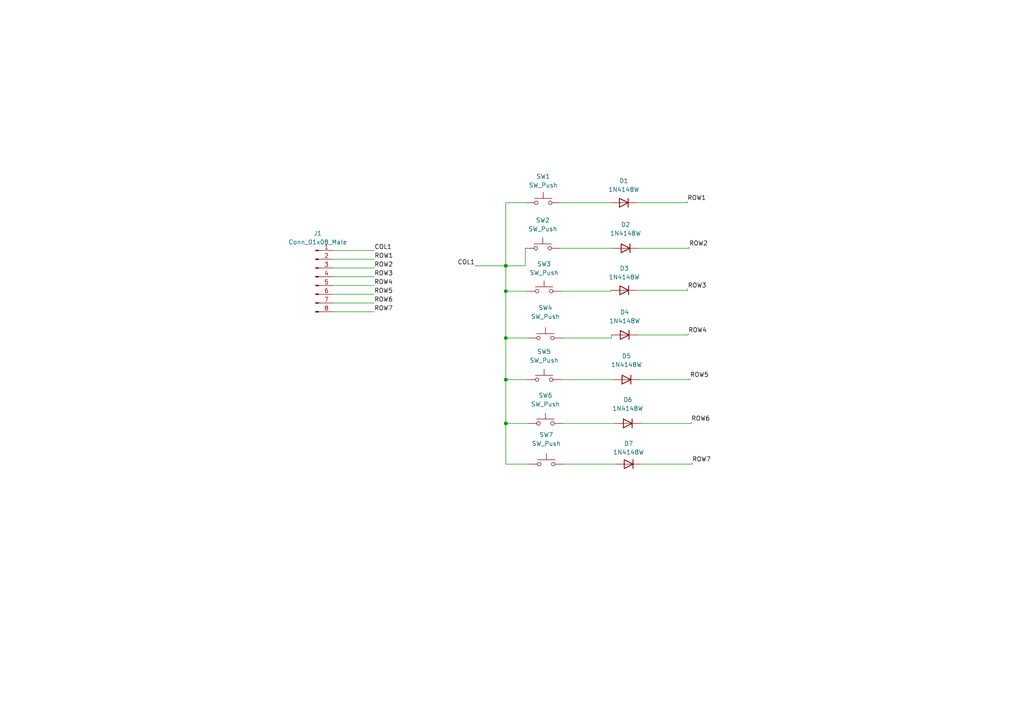
<source format=kicad_sch>
(kicad_sch (version 20211123) (generator eeschema)
  (paper "A4")
  (lib_symbols
    (symbol "Connector:Conn_01x08_Male" (pin_names (offset 1.016) hide)
      (property "Reference" "J" (at 0 10.16 0))
      (property "Value" "Conn_01x08_Male" (at 0 -12.7 0))
      (symbol "Conn_01x08_Male_1_1"
        (polyline (pts (xy 1.27 -10.16) (xy 0.8636 -10.16)) (stroke (width 0.1524)))
        (polyline (pts (xy 1.27 -7.62) (xy 0.8636 -7.62)) (stroke (width 0.1524)))
        (polyline (pts (xy 1.27 -5.08) (xy 0.8636 -5.08)) (stroke (width 0.1524)))
        (polyline (pts (xy 1.27 -2.54) (xy 0.8636 -2.54)) (stroke (width 0.1524)))
        (polyline (pts (xy 1.27 0) (xy 0.8636 0)) (stroke (width 0.1524)))
        (polyline (pts (xy 1.27 2.54) (xy 0.8636 2.54)) (stroke (width 0.1524)))
        (polyline (pts (xy 1.27 5.08) (xy 0.8636 5.08)) (stroke (width 0.1524)))
        (polyline (pts (xy 1.27 7.62) (xy 0.8636 7.62)) (stroke (width 0.1524)))
        (rectangle (start 0.8636 -10.033) (end 0 -10.287) (stroke (width 0.1524)) (fill (type outline)))
        (rectangle (start 0.8636 -7.493) (end 0 -7.747) (stroke (width 0.1524)) (fill (type outline)))
        (rectangle (start 0.8636 -4.953) (end 0 -5.207) (stroke (width 0.1524)) (fill (type outline)))
        (rectangle (start 0.8636 -2.413) (end 0 -2.667) (stroke (width 0.1524)) (fill (type outline)))
        (rectangle (start 0.8636 0.127) (end 0 -0.127) (stroke (width 0.1524)) (fill (type outline)))
        (rectangle (start 0.8636 2.667) (end 0 2.413) (stroke (width 0.1524)) (fill (type outline)))
        (rectangle (start 0.8636 5.207) (end 0 4.953) (stroke (width 0.1524)) (fill (type outline)))
        (rectangle (start 0.8636 7.747) (end 0 7.493) (stroke (width 0.1524)) (fill (type outline)))
        (pin passive line (at 5.08 7.62 180) (length 3.81) (name "Pin_1") (number "1"))
        (pin passive line (at 5.08 5.08 180) (length 3.81) (name "Pin_2") (number "2"))
        (pin passive line (at 5.08 2.54 180) (length 3.81) (name "Pin_3") (number "3"))
        (pin passive line (at 5.08 0 180) (length 3.81) (name "Pin_4") (number "4"))
        (pin passive line (at 5.08 -2.54 180) (length 3.81) (name "Pin_5") (number "5"))
        (pin passive line (at 5.08 -5.08 180) (length 3.81) (name "Pin_6") (number "6"))
        (pin passive line (at 5.08 -7.62 180) (length 3.81) (name "Pin_7") (number "7"))
        (pin passive line (at 5.08 -10.16 180) (length 3.81) (name "Pin_8") (number "8"))
      )
    )
    (symbol "Diode:1N4148W" (pin_numbers hide) (pin_names (offset 1.016) hide)
      (property "Reference" "D" (at 0 2.54 0))
      (property "Value" "1N4148W" (at 0 -2.54 0))
      (symbol "1N4148W_0_1"
        (polyline (pts (xy -1.27 1.27) (xy -1.27 -1.27)) (stroke (width 0.254)))
        (polyline (pts (xy 1.27 0) (xy -1.27 0)))
        (polyline (pts (xy 1.27 1.27) (xy 1.27 -1.27) (xy -1.27 0) (xy 1.27 1.27)) (stroke (width 0.254)))
      )
      (symbol "1N4148W_1_1"
        (pin passive line (at -3.81 0 0) (length 2.54) (name "K") (number "1"))
        (pin passive line (at 3.81 0 180) (length 2.54) (name "A") (number "2"))
      )
    )
    (symbol "Switch:SW_Push" (pin_numbers hide) (pin_names (offset 1.016) hide)
      (property "Reference" "SW" (at 1.27 2.54 0))
      (property "Value" "SW_Push" (at 0 -1.524 0))
      (symbol "SW_Push_0_1"
        (circle (center -2.032 0) (radius 0.508))
        (polyline (pts (xy 0 1.27) (xy 0 3.048)))
        (polyline (pts (xy 2.54 1.27) (xy -2.54 1.27)))
        (circle (center 2.032 0) (radius 0.508))
        (pin passive line (at -5.08 0 0) (length 2.54) (name "1") (number "1"))
        (pin passive line (at 5.08 0 180) (length 2.54) (name "2") (number "2"))
      )
    )
  )
  (junction (at 146.6999 110.109))
  (junction (at 146.6999 77.089))
  (junction (at 146.685 77.089))
  (junction (at 146.6999 98.044))
  (junction (at 146.6999 84.455))
  (junction (at 146.6999 122.809))
  (wire (pts (xy 185.8825 122.809) (xy 200.4875 122.809)))
  (wire (pts (xy 199.4715 84.201) (xy 199.4715 83.82)))
  (wire (pts (xy 96.6015 90.424) (xy 108.5138 90.424)))
  (wire (pts (xy 152.3545 72.009) (xy 152.3545 77.089)))
  (wire (pts (xy 96.6015 80.264) (xy 108.5357 80.264)))
  (wire (pts (xy 162.5145 72.009) (xy 177.6275 72.009)))
  (wire (pts (xy 153.1165 122.809) (xy 146.6999 122.809)))
  (wire (pts (xy 108.5357 77.7232) (xy 108.5357 77.724)))
  (wire (pts (xy 184.7395 58.801) (xy 199.3445 58.801)))
  (wire (pts (xy 185.2475 72.009) (xy 199.8525 72.009)))
  (wire (pts (xy 162.8955 110.109) (xy 177.8815 110.109)))
  (wire (pts (xy 200.1065 110.109) (xy 200.1065 109.728)))
  (wire (pts (xy 163.2765 98.044) (xy 177.3735 98.044)))
  (wire (pts (xy 96.6015 72.644) (xy 108.5923 72.644)))
  (wire (pts (xy 146.6999 98.044) (xy 146.6999 84.455)))
  (wire (pts (xy 163.2765 122.809) (xy 178.2625 122.809)))
  (wire (pts (xy 152.7355 84.455) (xy 146.6999 84.455)))
  (wire (pts (xy 185.5015 110.109) (xy 200.1065 110.109)))
  (wire (pts (xy 200.7415 134.62) (xy 200.7415 134.239)))
  (wire (pts (xy 96.6015 82.804) (xy 108.5138 82.804)))
  (wire (pts (xy 199.3445 58.801) (xy 199.3445 58.42)))
  (wire (pts (xy 152.3545 77.089) (xy 146.6999 77.089)))
  (wire (pts (xy 108.5138 85.344) (xy 108.5138 85.3452)))
  (wire (pts (xy 146.6999 110.109) (xy 146.6999 98.044)))
  (wire (pts (xy 177.3735 98.044) (xy 177.3735 97.155)))
  (wire (pts (xy 184.9935 97.155) (xy 199.5985 97.155)))
  (wire (pts (xy 146.6999 122.809) (xy 146.6999 110.109)))
  (wire (pts (xy 162.6415 58.801) (xy 177.1195 58.801)))
  (wire (pts (xy 186.1365 134.62) (xy 200.7415 134.62)))
  (wire (pts (xy 146.685 58.801) (xy 152.4815 58.801)))
  (wire (pts (xy 184.8665 84.201) (xy 199.4715 84.201)))
  (wire (pts (xy 152.7355 110.109) (xy 146.6999 110.109)))
  (wire (pts (xy 177.2465 84.455) (xy 177.2465 84.201)))
  (wire (pts (xy 146.6999 134.62) (xy 146.6999 122.809)))
  (wire (pts (xy 96.6015 77.724) (xy 108.5357 77.724)))
  (wire (pts (xy 199.5985 97.155) (xy 199.5985 96.774)))
  (wire (pts (xy 200.4875 122.809) (xy 200.4875 122.428)))
  (wire (pts (xy 153.3705 134.62) (xy 146.6999 134.62)))
  (wire (pts (xy 96.6015 85.344) (xy 108.5138 85.344)))
  (wire (pts (xy 137.7495 77.089) (xy 146.685 77.089)))
  (wire (pts (xy 146.685 77.089) (xy 146.685 58.801)))
  (wire (pts (xy 146.6999 77.089) (xy 146.685 77.089)))
  (wire (pts (xy 153.1165 98.044) (xy 146.6999 98.044)))
  (wire (pts (xy 199.8525 72.009) (xy 199.8525 71.628)))
  (wire (pts (xy 96.6015 87.884) (xy 108.5138 87.884)))
  (wire (pts (xy 162.8955 84.455) (xy 177.2465 84.455)))
  (wire (pts (xy 163.5305 134.62) (xy 178.5165 134.62)))
  (wire (pts (xy 146.6999 84.455) (xy 146.6999 77.089)))
  (wire (pts (xy 96.6015 75.184) (xy 108.5923 75.184)))
  (label "COL1" (at 108.5923 72.644 0))
  (label "ROW7" (at 200.7415 134.239 0))
  (label "COL1" (at 137.7495 77.089 180))
  (label "ROW1" (at 199.3445 58.42 0))
  (label "ROW3" (at 108.5357 80.264 0))
  (label "ROW6" (at 200.4875 122.428 0))
  (label "ROW4" (at 108.5138 82.804 0))
  (label "ROW1" (at 108.5923 75.184 0))
  (label "ROW2" (at 199.8525 71.628 0))
  (label "ROW7" (at 108.5138 90.424 0))
  (label "ROW3" (at 199.4715 83.82 0))
  (label "ROW6" (at 108.5138 87.884 0))
  (label "ROW5" (at 108.5138 85.3452 0))
  (label "ROW5" (at 200.1065 109.728 0))
  (label "ROW4" (at 199.5985 96.774 0))
  (label "ROW2" (at 108.5357 77.7232 0))
  (symbol (lib_id "Diode:1N4148W") (at 181.6915 110.109 180) (unit 1)
    (property "Reference" "D5" (at 181.6915 103.251 0))
    (property "Value" "1N4148W" (at 181.6915 105.791 0))
    (property "Footprint" "Diode_SMD:D_SOD-123" (effects hide))
    (property "Datasheet" "https://www.vishay.com/docs/85748/1n4148w.pdf" (effects hide))
  )
  (symbol (lib_id "Switch:SW_Push") (at 158.1965 98.044 0) (unit 1)
    (property "Reference" "SW4" (at 158.1965 89.281 0))
    (property "Value" "SW_Push" (at 158.1965 91.821 0))
    (property "Footprint" "Switch_Keyboard_Cherry_MX:SW_Cherry_MX_PCB" (effects hide))
  )
  (symbol (lib_id "Diode:1N4148W") (at 180.9295 58.801 180) (unit 1)
    (property "Reference" "D1" (at 180.9295 52.451 0))
    (property "Value" "1N4148W" (at 180.9295 54.991 0))
    (property "Footprint" "Diode_SMD:D_SOD-123" (effects hide))
    (property "Datasheet" "https://www.vishay.com/docs/85748/1n4148w.pdf" (effects hide))
  )
  (symbol (lib_id "Switch:SW_Push") (at 157.5615 58.801 0) (unit 1)
    (property "Reference" "SW1" (at 157.5615 51.181 0))
    (property "Value" "SW_Push" (at 157.5615 53.721 0))
    (property "Footprint" "Switch_Keyboard_Cherry_MX:SW_Cherry_MX_PCB" (effects hide))
  )
  (symbol (lib_id "Switch:SW_Push") (at 158.1965 122.809 0) (unit 1)
    (property "Reference" "SW6" (at 158.1965 114.681 0))
    (property "Value" "SW_Push" (at 158.1965 117.221 0))
    (property "Footprint" "Switch_Keyboard_Cherry_MX:SW_Cherry_MX_PCB" (effects hide))
  )
  (symbol (lib_id "Connector:Conn_01x08_Male") (at 91.5215 80.264 0) (unit 1)
    (property "Reference" "J1" (at 92.1565 67.691 0))
    (property "Value" "Conn_01x08_Male" (at 92.1565 70.231 0))
    (property "Footprint" "Connector_JST:JST_XH_B8B-XH-AM_1x08_P2.50mm_Vertical" (effects hide))
  )
  (symbol (lib_id "Switch:SW_Push") (at 157.8155 110.109 0) (unit 1)
    (property "Reference" "SW5" (at 157.8155 101.981 0))
    (property "Value" "SW_Push" (at 157.8155 104.521 0))
    (property "Footprint" "Switch_Keyboard_Cherry_MX:SW_Cherry_MX_PCB" (effects hide))
  )
  (symbol (lib_id "Switch:SW_Push") (at 157.8155 84.455 0) (unit 1)
    (property "Reference" "SW3" (at 157.8155 76.581 0))
    (property "Value" "SW_Push" (at 157.8155 79.121 0))
    (property "Footprint" "Switch_Keyboard_Cherry_MX:SW_Cherry_MX_PCB" (effects hide))
  )
  (symbol (lib_id "Switch:SW_Push") (at 157.4345 72.009 0) (unit 1)
    (property "Reference" "SW2" (at 157.4345 63.881 0))
    (property "Value" "SW_Push" (at 157.4345 66.421 0))
    (property "Footprint" "Switch_Keyboard_Cherry_MX:SW_Cherry_MX_PCB" (effects hide))
  )
  (symbol (lib_id "Diode:1N4148W") (at 181.4375 72.009 180) (unit 1)
    (property "Reference" "D2" (at 181.4375 65.151 0))
    (property "Value" "1N4148W" (at 181.4375 67.691 0))
    (property "Footprint" "Diode_SMD:D_SOD-123" (effects hide))
    (property "Datasheet" "https://www.vishay.com/docs/85748/1n4148w.pdf" (effects hide))
  )
  (symbol (lib_id "Diode:1N4148W") (at 182.0725 122.809 180) (unit 1)
    (property "Reference" "D6" (at 182.0725 115.951 0))
    (property "Value" "1N4148W" (at 182.0725 118.491 0))
    (property "Footprint" "Diode_SMD:D_SOD-123" (effects hide))
    (property "Datasheet" "https://www.vishay.com/docs/85748/1n4148w.pdf" (effects hide))
  )
  (symbol (lib_id "Diode:1N4148W") (at 182.3265 134.62 180) (unit 1)
    (property "Reference" "D7" (at 182.3265 128.651 0))
    (property "Value" "1N4148W" (at 182.3265 131.191 0))
    (property "Footprint" "Diode_SMD:D_SOD-123" (effects hide))
    (property "Datasheet" "https://www.vishay.com/docs/85748/1n4148w.pdf" (effects hide))
  )
  (symbol (lib_id "Diode:1N4148W") (at 181.0565 84.201 180) (unit 1)
    (property "Reference" "D3" (at 181.0565 77.851 0))
    (property "Value" "1N4148W" (at 181.0565 80.391 0))
    (property "Footprint" "Diode_SMD:D_SOD-123" (effects hide))
    (property "Datasheet" "https://www.vishay.com/docs/85748/1n4148w.pdf" (effects hide))
  )
  (symbol (lib_id "Diode:1N4148W") (at 181.1835 97.155 180) (unit 1)
    (property "Reference" "D4" (at 181.1835 90.551 0))
    (property "Value" "1N4148W" (at 181.1835 93.091 0))
    (property "Footprint" "Diode_SMD:D_SOD-123" (effects hide))
    (property "Datasheet" "https://www.vishay.com/docs/85748/1n4148w.pdf" (effects hide))
  )
  (symbol (lib_id "Switch:SW_Push") (at 158.4505 134.62 0) (unit 1)
    (property "Reference" "SW7" (at 158.4505 126.111 0))
    (property "Value" "SW_Push" (at 158.4505 128.651 0))
    (property "Footprint" "Switch_Keyboard_Cherry_MX:SW_Cherry_MX_PCB" (effects hide))
  )
)
</source>
